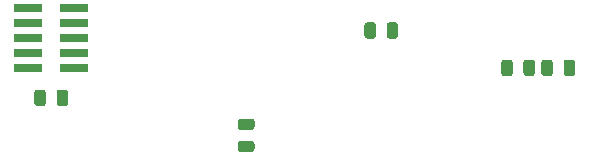
<source format=gbr>
G04 #@! TF.GenerationSoftware,KiCad,Pcbnew,5.1.7-a382d34a8~88~ubuntu20.04.1*
G04 #@! TF.CreationDate,2021-06-06T15:27:41-07:00*
G04 #@! TF.ProjectId,ft4232h-breakout,66743432-3332-4682-9d62-7265616b6f75,Jun2021b*
G04 #@! TF.SameCoordinates,Original*
G04 #@! TF.FileFunction,Paste,Top*
G04 #@! TF.FilePolarity,Positive*
%FSLAX46Y46*%
G04 Gerber Fmt 4.6, Leading zero omitted, Abs format (unit mm)*
G04 Created by KiCad (PCBNEW 5.1.7-a382d34a8~88~ubuntu20.04.1) date 2021-06-06 15:27:41*
%MOMM*%
%LPD*%
G01*
G04 APERTURE LIST*
%ADD10R,2.400000X0.740000*%
G04 APERTURE END LIST*
G04 #@! TO.C,R2*
G36*
G01*
X119946000Y-88443750D02*
X119946000Y-89356250D01*
G75*
G02*
X119702250Y-89600000I-243750J0D01*
G01*
X119214750Y-89600000D01*
G75*
G02*
X118971000Y-89356250I0J243750D01*
G01*
X118971000Y-88443750D01*
G75*
G02*
X119214750Y-88200000I243750J0D01*
G01*
X119702250Y-88200000D01*
G75*
G02*
X119946000Y-88443750I0J-243750D01*
G01*
G37*
G36*
G01*
X121821000Y-88443750D02*
X121821000Y-89356250D01*
G75*
G02*
X121577250Y-89600000I-243750J0D01*
G01*
X121089750Y-89600000D01*
G75*
G02*
X120846000Y-89356250I0J243750D01*
G01*
X120846000Y-88443750D01*
G75*
G02*
X121089750Y-88200000I243750J0D01*
G01*
X121577250Y-88200000D01*
G75*
G02*
X121821000Y-88443750I0J-243750D01*
G01*
G37*
G04 #@! TD*
G04 #@! TO.C,D1*
G36*
G01*
X117450000Y-89356250D02*
X117450000Y-88443750D01*
G75*
G02*
X117693750Y-88200000I243750J0D01*
G01*
X118181250Y-88200000D01*
G75*
G02*
X118425000Y-88443750I0J-243750D01*
G01*
X118425000Y-89356250D01*
G75*
G02*
X118181250Y-89600000I-243750J0D01*
G01*
X117693750Y-89600000D01*
G75*
G02*
X117450000Y-89356250I0J243750D01*
G01*
G37*
G36*
G01*
X115575000Y-89356250D02*
X115575000Y-88443750D01*
G75*
G02*
X115818750Y-88200000I243750J0D01*
G01*
X116306250Y-88200000D01*
G75*
G02*
X116550000Y-88443750I0J-243750D01*
G01*
X116550000Y-89356250D01*
G75*
G02*
X116306250Y-89600000I-243750J0D01*
G01*
X115818750Y-89600000D01*
G75*
G02*
X115575000Y-89356250I0J243750D01*
G01*
G37*
G04 #@! TD*
G04 #@! TO.C,R1*
G36*
G01*
X94436250Y-94165000D02*
X93523750Y-94165000D01*
G75*
G02*
X93280000Y-93921250I0J243750D01*
G01*
X93280000Y-93433750D01*
G75*
G02*
X93523750Y-93190000I243750J0D01*
G01*
X94436250Y-93190000D01*
G75*
G02*
X94680000Y-93433750I0J-243750D01*
G01*
X94680000Y-93921250D01*
G75*
G02*
X94436250Y-94165000I-243750J0D01*
G01*
G37*
G36*
G01*
X94436250Y-96040000D02*
X93523750Y-96040000D01*
G75*
G02*
X93280000Y-95796250I0J243750D01*
G01*
X93280000Y-95308750D01*
G75*
G02*
X93523750Y-95065000I243750J0D01*
G01*
X94436250Y-95065000D01*
G75*
G02*
X94680000Y-95308750I0J-243750D01*
G01*
X94680000Y-95796250D01*
G75*
G02*
X94436250Y-96040000I-243750J0D01*
G01*
G37*
G04 #@! TD*
D10*
G04 #@! TO.C,J5*
X75520000Y-83820000D03*
X79420000Y-83820000D03*
X75520000Y-85090000D03*
X79420000Y-85090000D03*
X75520000Y-86360000D03*
X79420000Y-86360000D03*
X75520000Y-87630000D03*
X79420000Y-87630000D03*
X75520000Y-88900000D03*
X79420000Y-88900000D03*
G04 #@! TD*
G04 #@! TO.C,C5*
G36*
G01*
X77020000Y-90983750D02*
X77020000Y-91896250D01*
G75*
G02*
X76776250Y-92140000I-243750J0D01*
G01*
X76288750Y-92140000D01*
G75*
G02*
X76045000Y-91896250I0J243750D01*
G01*
X76045000Y-90983750D01*
G75*
G02*
X76288750Y-90740000I243750J0D01*
G01*
X76776250Y-90740000D01*
G75*
G02*
X77020000Y-90983750I0J-243750D01*
G01*
G37*
G36*
G01*
X78895000Y-90983750D02*
X78895000Y-91896250D01*
G75*
G02*
X78651250Y-92140000I-243750J0D01*
G01*
X78163750Y-92140000D01*
G75*
G02*
X77920000Y-91896250I0J243750D01*
G01*
X77920000Y-90983750D01*
G75*
G02*
X78163750Y-90740000I243750J0D01*
G01*
X78651250Y-90740000D01*
G75*
G02*
X78895000Y-90983750I0J-243750D01*
G01*
G37*
G04 #@! TD*
G04 #@! TO.C,C1*
G36*
G01*
X105860000Y-86181250D02*
X105860000Y-85268750D01*
G75*
G02*
X106103750Y-85025000I243750J0D01*
G01*
X106591250Y-85025000D01*
G75*
G02*
X106835000Y-85268750I0J-243750D01*
G01*
X106835000Y-86181250D01*
G75*
G02*
X106591250Y-86425000I-243750J0D01*
G01*
X106103750Y-86425000D01*
G75*
G02*
X105860000Y-86181250I0J243750D01*
G01*
G37*
G36*
G01*
X103985000Y-86181250D02*
X103985000Y-85268750D01*
G75*
G02*
X104228750Y-85025000I243750J0D01*
G01*
X104716250Y-85025000D01*
G75*
G02*
X104960000Y-85268750I0J-243750D01*
G01*
X104960000Y-86181250D01*
G75*
G02*
X104716250Y-86425000I-243750J0D01*
G01*
X104228750Y-86425000D01*
G75*
G02*
X103985000Y-86181250I0J243750D01*
G01*
G37*
G04 #@! TD*
M02*

</source>
